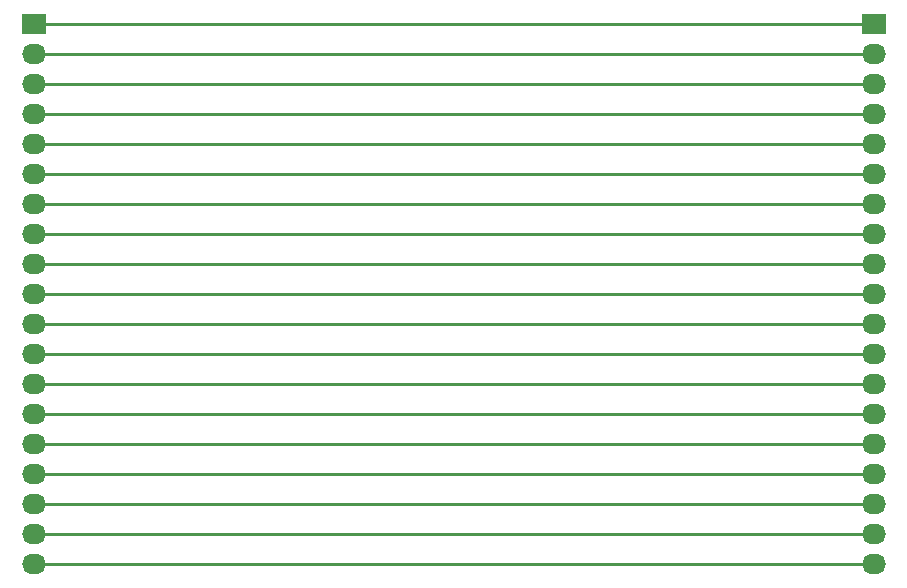
<source format=gbr>
G04 #@! TF.FileFunction,Copper,L2,Bot,Signal*
%FSLAX46Y46*%
G04 Gerber Fmt 4.6, Leading zero omitted, Abs format (unit mm)*
G04 Created by KiCad (PCBNEW 4.0.3+e1-6302~38~ubuntu16.04.1-stable) date Thu Aug 25 17:16:29 2016*
%MOMM*%
%LPD*%
G01*
G04 APERTURE LIST*
%ADD10C,0.100000*%
%ADD11R,2.032000X1.727200*%
%ADD12O,2.032000X1.727200*%
%ADD13C,0.250000*%
G04 APERTURE END LIST*
D10*
D11*
X107950000Y-105410000D03*
D12*
X107950000Y-107950000D03*
X107950000Y-110490000D03*
X107950000Y-113030000D03*
X107950000Y-115570000D03*
X107950000Y-118110000D03*
X107950000Y-120650000D03*
X107950000Y-123190000D03*
X107950000Y-125730000D03*
X107950000Y-128270000D03*
X107950000Y-130810000D03*
X107950000Y-133350000D03*
X107950000Y-135890000D03*
X107950000Y-138430000D03*
X107950000Y-140970000D03*
X107950000Y-143510000D03*
X107950000Y-146050000D03*
X107950000Y-148590000D03*
X107950000Y-151130000D03*
D11*
X179070000Y-105410000D03*
D12*
X179070000Y-107950000D03*
X179070000Y-110490000D03*
X179070000Y-113030000D03*
X179070000Y-115570000D03*
X179070000Y-118110000D03*
X179070000Y-120650000D03*
X179070000Y-123190000D03*
X179070000Y-125730000D03*
X179070000Y-128270000D03*
X179070000Y-130810000D03*
X179070000Y-133350000D03*
X179070000Y-135890000D03*
X179070000Y-138430000D03*
X179070000Y-140970000D03*
X179070000Y-143510000D03*
X179070000Y-146050000D03*
X179070000Y-148590000D03*
X179070000Y-151130000D03*
D13*
X107950000Y-107950000D02*
X179070000Y-107950000D01*
X107950000Y-110490000D02*
X179070000Y-110490000D01*
X107950000Y-113030000D02*
X179070000Y-113030000D01*
X107950000Y-115570000D02*
X179070000Y-115570000D01*
X107950000Y-118110000D02*
X179070000Y-118110000D01*
X107950000Y-120650000D02*
X179070000Y-120650000D01*
X107950000Y-123190000D02*
X179070000Y-123190000D01*
X107950000Y-125730000D02*
X179070000Y-125730000D01*
X107950000Y-128270000D02*
X179070000Y-128270000D01*
X107950000Y-130810000D02*
X179070000Y-130810000D01*
X107950000Y-133350000D02*
X179070000Y-133350000D01*
X107950000Y-135890000D02*
X179070000Y-135890000D01*
X107950000Y-138430000D02*
X179070000Y-138430000D01*
X107950000Y-140970000D02*
X179070000Y-140970000D01*
X107950000Y-143510000D02*
X179070000Y-143510000D01*
X107950000Y-146050000D02*
X179070000Y-146050000D01*
X107950000Y-148590000D02*
X179070000Y-148590000D01*
X107950000Y-151130000D02*
X179070000Y-151130000D01*
X107950000Y-105410000D02*
X179070000Y-105410000D01*
M02*

</source>
